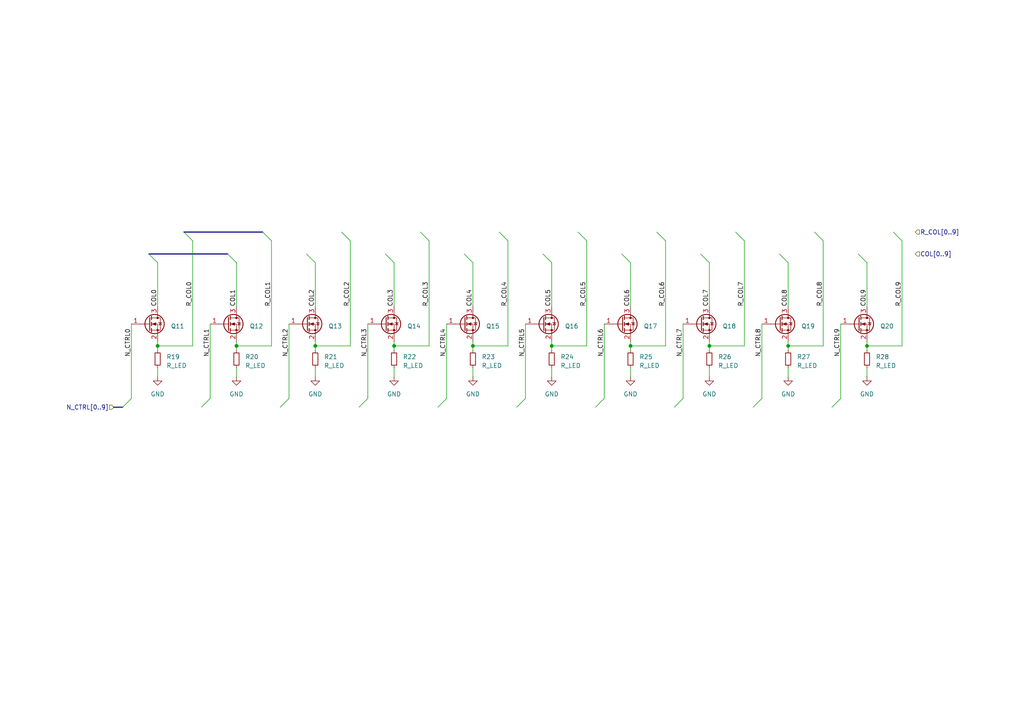
<source format=kicad_sch>
(kicad_sch (version 20210406) (generator eeschema)
  (paper "A4")
  (title_block (title "LED matrix w/ ADC") (date "26/05/2021") (rev "1") (company "Mario Rubio (mrrb.eu)"))
  (lib_symbols
    (symbol "Device:Q_NMOS_GSD" (pin_names (offset 0) hide)
      (property "Reference" "Q" (at 5.08 1.27 0))
      (property "Value" "Q_NMOS_GSD" (at 5.08 -1.27 0))
      (symbol "Q_NMOS_GSD_0_1"
        (circle (center 1.651 0) (radius 2.794) (stroke (width 0.254)))
        (circle (center 2.54 -1.778) (radius 0.254) (fill (type outline)))
        (circle (center 2.54 1.778) (radius 0.254) (fill (type outline)))
        (polyline (pts (xy 0.254 0) (xy -2.54 0)))
        (polyline (pts (xy 0.254 1.905) (xy 0.254 -1.905)) (stroke (width 0.254)))
        (polyline (pts (xy 0.762 -1.27) (xy 0.762 -2.286)) (stroke (width 0.254)))
        (polyline (pts (xy 0.762 0.508) (xy 0.762 -0.508)) (stroke (width 0.254)))
        (polyline (pts (xy 0.762 2.286) (xy 0.762 1.27)) (stroke (width 0.254)))
        (polyline (pts (xy 2.54 2.54) (xy 2.54 1.778)))
        (polyline (pts (xy 2.54 -2.54) (xy 2.54 0) (xy 0.762 0)))
        (polyline (pts (xy 0.762 -1.778) (xy 3.302 -1.778) (xy 3.302 1.778) (xy 0.762 1.778)))
        (polyline (pts (xy 2.794 0.508) (xy 2.921 0.381) (xy 3.683 0.381) (xy 3.81 0.254)))
        (polyline (pts (xy 3.302 0.381) (xy 2.921 -0.254) (xy 3.683 -0.254) (xy 3.302 0.381)))
        (polyline (pts (xy 1.016 0) (xy 2.032 0.381) (xy 2.032 -0.381) (xy 1.016 0)) (fill (type outline)))
      )
      (symbol "Q_NMOS_GSD_1_1"
        (pin input line (at -5.08 0 0) (length 2.54) (name "G") (number "1"))
        (pin passive line (at 2.54 -5.08 90) (length 2.54) (name "S") (number "2"))
        (pin passive line (at 2.54 5.08 270) (length 2.54) (name "D") (number "3"))
      )
    )
    (symbol "Device:R_Small" (pin_numbers hide) (pin_names (offset 0.254) hide)
      (property "Reference" "R" (at 0.762 0.508 0))
      (property "Value" "R_Small" (at 0.762 -1.016 0))
      (symbol "R_Small_0_1"
        (rectangle (start -0.762 1.778) (end 0.762 -1.778) (stroke (width 0.2032)))
      )
      (symbol "R_Small_1_1"
        (pin passive line (at 0 2.54 270) (length 0.762) (name "~") (number "1"))
        (pin passive line (at 0 -2.54 90) (length 0.762) (name "~") (number "2"))
      )
    )
    (symbol "power:GND" (power) (pin_names (offset 0))
      (property "Value" "GND" (at 0 -3.81 0))
      (symbol "GND_0_1"
        (polyline (pts (xy 0 0) (xy 0 -1.27) (xy 1.27 -1.27) (xy 0 -2.54) (xy -1.27 -1.27) (xy 0 -1.27)))
      )
      (symbol "GND_1_1"
        (pin power_in line (at 0 0 270) (length 0) hide (name "GND") (number "1"))
      )
    )
  )
  (junction (at 45.72 100.33) (diameter 0.9144))
  (junction (at 68.58 100.33) (diameter 0.9144))
  (junction (at 91.44 100.33) (diameter 0.9144))
  (junction (at 114.3 100.33) (diameter 0.9144))
  (junction (at 137.16 100.33) (diameter 0.9144))
  (junction (at 160.02 100.33) (diameter 0.9144))
  (junction (at 182.88 100.33) (diameter 0.9144))
  (junction (at 205.74 100.33) (diameter 0.9144))
  (junction (at 228.6 100.33) (diameter 0.9144))
  (junction (at 251.46 100.33) (diameter 0.9144))
  (bus_entry (at 35.56 118.11) (size 2.54 -2.54) (stroke (width 0.1524)))
  (bus_entry (at 43.18 73.66) (size 2.54 2.54) (stroke (width 0.1524)))
  (bus_entry (at 53.34 67.31) (size 2.54 2.54) (stroke (width 0.1524)))
  (bus_entry (at 58.42 118.11) (size 2.54 -2.54) (stroke (width 0.1524)))
  (bus_entry (at 66.04 73.66) (size 2.54 2.54) (stroke (width 0.1524)))
  (bus_entry (at 76.2 67.31) (size 2.54 2.54) (stroke (width 0.1524)))
  (bus_entry (at 81.28 118.11) (size 2.54 -2.54) (stroke (width 0.1524)))
  (bus_entry (at 88.9 73.66) (size 2.54 2.54) (stroke (width 0.1524)))
  (bus_entry (at 99.06 67.31) (size 2.54 2.54) (stroke (width 0.1524)))
  (bus_entry (at 104.14 118.11) (size 2.54 -2.54) (stroke (width 0.1524)))
  (bus_entry (at 111.76 73.66) (size 2.54 2.54) (stroke (width 0.1524)))
  (bus_entry (at 121.92 67.31) (size 2.54 2.54) (stroke (width 0.1524)))
  (bus_entry (at 127 118.11) (size 2.54 -2.54) (stroke (width 0.1524)))
  (bus_entry (at 134.62 73.66) (size 2.54 2.54) (stroke (width 0.1524)))
  (bus_entry (at 144.78 67.31) (size 2.54 2.54) (stroke (width 0.1524)))
  (bus_entry (at 149.86 118.11) (size 2.54 -2.54) (stroke (width 0.1524)))
  (bus_entry (at 157.48 73.66) (size 2.54 2.54) (stroke (width 0.1524)))
  (bus_entry (at 167.64 67.31) (size 2.54 2.54) (stroke (width 0.1524)))
  (bus_entry (at 172.72 118.11) (size 2.54 -2.54) (stroke (width 0.1524)))
  (bus_entry (at 180.34 73.66) (size 2.54 2.54) (stroke (width 0.1524)))
  (bus_entry (at 190.5 67.31) (size 2.54 2.54) (stroke (width 0.1524)))
  (bus_entry (at 195.58 118.11) (size 2.54 -2.54) (stroke (width 0.1524)))
  (bus_entry (at 203.2 73.66) (size 2.54 2.54) (stroke (width 0.1524)))
  (bus_entry (at 213.36 67.31) (size 2.54 2.54) (stroke (width 0.1524)))
  (bus_entry (at 218.44 118.11) (size 2.54 -2.54) (stroke (width 0.1524)))
  (bus_entry (at 226.06 73.66) (size 2.54 2.54) (stroke (width 0.1524)))
  (bus_entry (at 236.22 67.31) (size 2.54 2.54) (stroke (width 0.1524)))
  (bus_entry (at 241.3 118.11) (size 2.54 -2.54) (stroke (width 0.1524)))
  (bus_entry (at 248.92 73.66) (size 2.54 2.54) (stroke (width 0.1524)))
  (bus_entry (at 259.08 67.31) (size 2.54 2.54) (stroke (width 0.1524)))
  (wire (pts (xy 38.1 93.98) (xy 38.1 115.57)))
  (wire (pts (xy 45.72 76.2) (xy 45.72 88.9)))
  (wire (pts (xy 45.72 99.06) (xy 45.72 100.33)))
  (wire (pts (xy 45.72 100.33) (xy 45.72 101.6)))
  (wire (pts (xy 45.72 100.33) (xy 55.88 100.33)))
  (wire (pts (xy 45.72 106.68) (xy 45.72 109.22)))
  (wire (pts (xy 55.88 69.85) (xy 55.88 100.33)))
  (wire (pts (xy 60.96 93.98) (xy 60.96 115.57)))
  (wire (pts (xy 68.58 76.2) (xy 68.58 88.9)))
  (wire (pts (xy 68.58 99.06) (xy 68.58 100.33)))
  (wire (pts (xy 68.58 100.33) (xy 68.58 101.6)))
  (wire (pts (xy 68.58 100.33) (xy 78.74 100.33)))
  (wire (pts (xy 68.58 106.68) (xy 68.58 109.22)))
  (wire (pts (xy 78.74 69.85) (xy 78.74 100.33)))
  (wire (pts (xy 83.82 93.98) (xy 83.82 115.57)))
  (wire (pts (xy 91.44 76.2) (xy 91.44 88.9)))
  (wire (pts (xy 91.44 99.06) (xy 91.44 100.33)))
  (wire (pts (xy 91.44 100.33) (xy 91.44 101.6)))
  (wire (pts (xy 91.44 100.33) (xy 101.6 100.33)))
  (wire (pts (xy 91.44 106.68) (xy 91.44 109.22)))
  (wire (pts (xy 101.6 69.85) (xy 101.6 100.33)))
  (wire (pts (xy 106.68 93.98) (xy 106.68 115.57)))
  (wire (pts (xy 114.3 76.2) (xy 114.3 88.9)))
  (wire (pts (xy 114.3 99.06) (xy 114.3 100.33)))
  (wire (pts (xy 114.3 100.33) (xy 114.3 101.6)))
  (wire (pts (xy 114.3 100.33) (xy 124.46 100.33)))
  (wire (pts (xy 114.3 106.68) (xy 114.3 109.22)))
  (wire (pts (xy 124.46 69.85) (xy 124.46 100.33)))
  (wire (pts (xy 129.54 93.98) (xy 129.54 115.57)))
  (wire (pts (xy 137.16 76.2) (xy 137.16 88.9)))
  (wire (pts (xy 137.16 99.06) (xy 137.16 100.33)))
  (wire (pts (xy 137.16 100.33) (xy 137.16 101.6)))
  (wire (pts (xy 137.16 100.33) (xy 147.32 100.33)))
  (wire (pts (xy 137.16 106.68) (xy 137.16 109.22)))
  (wire (pts (xy 147.32 69.85) (xy 147.32 100.33)))
  (wire (pts (xy 152.4 93.98) (xy 152.4 115.57)))
  (wire (pts (xy 160.02 76.2) (xy 160.02 88.9)))
  (wire (pts (xy 160.02 99.06) (xy 160.02 100.33)))
  (wire (pts (xy 160.02 100.33) (xy 160.02 101.6)))
  (wire (pts (xy 160.02 100.33) (xy 170.18 100.33)))
  (wire (pts (xy 160.02 106.68) (xy 160.02 109.22)))
  (wire (pts (xy 170.18 69.85) (xy 170.18 100.33)))
  (wire (pts (xy 175.26 93.98) (xy 175.26 115.57)))
  (wire (pts (xy 182.88 76.2) (xy 182.88 88.9)))
  (wire (pts (xy 182.88 99.06) (xy 182.88 100.33)))
  (wire (pts (xy 182.88 100.33) (xy 182.88 101.6)))
  (wire (pts (xy 182.88 100.33) (xy 193.04 100.33)))
  (wire (pts (xy 182.88 106.68) (xy 182.88 109.22)))
  (wire (pts (xy 193.04 69.85) (xy 193.04 100.33)))
  (wire (pts (xy 198.12 93.98) (xy 198.12 115.57)))
  (wire (pts (xy 205.74 76.2) (xy 205.74 88.9)))
  (wire (pts (xy 205.74 99.06) (xy 205.74 100.33)))
  (wire (pts (xy 205.74 100.33) (xy 205.74 101.6)))
  (wire (pts (xy 205.74 100.33) (xy 215.9 100.33)))
  (wire (pts (xy 205.74 106.68) (xy 205.74 109.22)))
  (wire (pts (xy 215.9 69.85) (xy 215.9 100.33)))
  (wire (pts (xy 220.98 93.98) (xy 220.98 115.57)))
  (wire (pts (xy 228.6 76.2) (xy 228.6 88.9)))
  (wire (pts (xy 228.6 99.06) (xy 228.6 100.33)))
  (wire (pts (xy 228.6 100.33) (xy 228.6 101.6)))
  (wire (pts (xy 228.6 100.33) (xy 238.76 100.33)))
  (wire (pts (xy 228.6 106.68) (xy 228.6 109.22)))
  (wire (pts (xy 238.76 69.85) (xy 238.76 100.33)))
  (wire (pts (xy 243.84 93.98) (xy 243.84 115.57)))
  (wire (pts (xy 251.46 76.2) (xy 251.46 88.9)))
  (wire (pts (xy 251.46 99.06) (xy 251.46 100.33)))
  (wire (pts (xy 251.46 100.33) (xy 251.46 101.6)))
  (wire (pts (xy 251.46 100.33) (xy 261.62 100.33)))
  (wire (pts (xy 251.46 106.68) (xy 251.46 109.22)))
  (wire (pts (xy 261.62 69.85) (xy 261.62 100.33)))
  (bus (pts (xy 33.02 118.11) (xy 241.3 118.11)))
  (bus (pts (xy 43.18 73.66) (xy 265.43 73.66)))
  (bus (pts (xy 53.34 67.31) (xy 265.43 67.31)))
  (label "N_CTRL0" (at 38.1 95.25 270))
  (label "COL0" (at 45.72 88.9 90))
  (label "R_COL0" (at 55.88 88.9 90))
  (label "N_CTRL1" (at 60.96 95.25 270))
  (label "COL1" (at 68.58 88.9 90))
  (label "R_COL1" (at 78.74 88.9 90))
  (label "N_CTRL2" (at 83.82 95.25 270))
  (label "COL2" (at 91.44 88.9 90))
  (label "R_COL2" (at 101.6 88.9 90))
  (label "N_CTRL3" (at 106.68 95.25 270))
  (label "COL3" (at 114.3 88.9 90))
  (label "R_COL3" (at 124.46 88.9 90))
  (label "N_CTRL4" (at 129.54 95.25 270))
  (label "COL4" (at 137.16 88.9 90))
  (label "R_COL4" (at 147.32 88.9 90))
  (label "N_CTRL5" (at 152.4 95.25 270))
  (label "COL5" (at 160.02 88.9 90))
  (label "R_COL5" (at 170.18 88.9 90))
  (label "N_CTRL6" (at 175.26 95.25 270))
  (label "COL6" (at 182.88 88.9 90))
  (label "R_COL6" (at 193.04 88.9 90))
  (label "N_CTRL7" (at 198.12 95.25 270))
  (label "COL7" (at 205.74 88.9 90))
  (label "R_COL7" (at 215.9 88.9 90))
  (label "N_CTRL8" (at 220.98 95.25 270))
  (label "COL8" (at 228.6 88.9 90))
  (label "R_COL8" (at 238.76 88.9 90))
  (label "N_CTRL9" (at 243.84 95.25 270))
  (label "COL9" (at 251.46 88.9 90))
  (label "R_COL9" (at 261.62 88.9 90))
  (hierarchical_label "N_CTRL[0..9]" (shape input) (at 33.02 118.11 180))
  (hierarchical_label "R_COL[0..9]" (shape input) (at 265.43 67.31 0))
  (hierarchical_label "COL[0..9]" (shape input) (at 265.43 73.66 0))
  (symbol (lib_id "power:GND") (at 45.72 109.22 0) (unit 1)
    (property "Reference" "#PWR083" (effects hide))
    (property "Value" "GND" (at 45.72 114.3 0))
  )
  (symbol (lib_id "power:GND") (at 68.58 109.22 0) (unit 1)
    (property "Reference" "#PWR084" (effects hide))
    (property "Value" "GND" (at 68.58 114.3 0))
  )
  (symbol (lib_id "power:GND") (at 91.44 109.22 0) (unit 1)
    (property "Reference" "#PWR085" (effects hide))
    (property "Value" "GND" (at 91.44 114.3 0))
  )
  (symbol (lib_id "power:GND") (at 114.3 109.22 0) (unit 1)
    (property "Reference" "#PWR086" (effects hide))
    (property "Value" "GND" (at 114.3 114.3 0))
  )
  (symbol (lib_id "power:GND") (at 137.16 109.22 0) (unit 1)
    (property "Reference" "#PWR087" (effects hide))
    (property "Value" "GND" (at 137.16 114.3 0))
  )
  (symbol (lib_id "power:GND") (at 160.02 109.22 0) (unit 1)
    (property "Reference" "#PWR088" (effects hide))
    (property "Value" "GND" (at 160.02 114.3 0))
  )
  (symbol (lib_id "power:GND") (at 182.88 109.22 0) (unit 1)
    (property "Reference" "#PWR089" (effects hide))
    (property "Value" "GND" (at 182.88 114.3 0))
  )
  (symbol (lib_id "power:GND") (at 205.74 109.22 0) (unit 1)
    (property "Reference" "#PWR090" (effects hide))
    (property "Value" "GND" (at 205.74 114.3 0))
  )
  (symbol (lib_id "power:GND") (at 228.6 109.22 0) (unit 1)
    (property "Reference" "#PWR091" (effects hide))
    (property "Value" "GND" (at 228.6 114.3 0))
  )
  (symbol (lib_id "power:GND") (at 251.46 109.22 0) (unit 1)
    (property "Reference" "#PWR092" (effects hide))
    (property "Value" "GND" (at 251.46 114.3 0))
  )
  (symbol (lib_id "Device:R_Small") (at 45.72 104.14 0) (unit 1)
    (property "Reference" "R19" (at 48.26 103.5049 0) (effects (justify left)))
    (property "Value" "R_LED" (at 48.26 106.0449 0) (effects (justify left)))
    (property "Footprint" "Resistor_SMD:R_0603_1608Metric" (effects hide))
  )
  (symbol (lib_id "Device:R_Small") (at 68.58 104.14 0) (unit 1)
    (property "Reference" "R20" (at 71.12 103.5049 0) (effects (justify left)))
    (property "Value" "R_LED" (at 71.12 106.0449 0) (effects (justify left)))
    (property "Footprint" "Resistor_SMD:R_0603_1608Metric" (effects hide))
  )
  (symbol (lib_id "Device:R_Small") (at 91.44 104.14 0) (unit 1)
    (property "Reference" "R21" (at 93.98 103.5049 0) (effects (justify left)))
    (property "Value" "R_LED" (at 93.98 106.0449 0) (effects (justify left)))
    (property "Footprint" "Resistor_SMD:R_0603_1608Metric" (effects hide))
  )
  (symbol (lib_id "Device:R_Small") (at 114.3 104.14 0) (unit 1)
    (property "Reference" "R22" (at 116.84 103.5049 0) (effects (justify left)))
    (property "Value" "R_LED" (at 116.84 106.0449 0) (effects (justify left)))
    (property "Footprint" "Resistor_SMD:R_0603_1608Metric" (effects hide))
  )
  (symbol (lib_id "Device:R_Small") (at 137.16 104.14 0) (unit 1)
    (property "Reference" "R23" (at 139.7 103.5049 0) (effects (justify left)))
    (property "Value" "R_LED" (at 139.7 106.0449 0) (effects (justify left)))
    (property "Footprint" "Resistor_SMD:R_0603_1608Metric" (effects hide))
  )
  (symbol (lib_id "Device:R_Small") (at 160.02 104.14 0) (unit 1)
    (property "Reference" "R24" (at 162.56 103.5049 0) (effects (justify left)))
    (property "Value" "R_LED" (at 162.56 106.0449 0) (effects (justify left)))
    (property "Footprint" "Resistor_SMD:R_0603_1608Metric" (effects hide))
  )
  (symbol (lib_id "Device:R_Small") (at 182.88 104.14 0) (unit 1)
    (property "Reference" "R25" (at 185.42 103.5049 0) (effects (justify left)))
    (property "Value" "R_LED" (at 185.42 106.0449 0) (effects (justify left)))
    (property "Footprint" "Resistor_SMD:R_0603_1608Metric" (effects hide))
  )
  (symbol (lib_id "Device:R_Small") (at 205.74 104.14 0) (unit 1)
    (property "Reference" "R26" (at 208.28 103.5049 0) (effects (justify left)))
    (property "Value" "R_LED" (at 208.28 106.0449 0) (effects (justify left)))
    (property "Footprint" "Resistor_SMD:R_0603_1608Metric" (effects hide))
  )
  (symbol (lib_id "Device:R_Small") (at 228.6 104.14 0) (unit 1)
    (property "Reference" "R27" (at 231.14 103.5049 0) (effects (justify left)))
    (property "Value" "R_LED" (at 231.14 106.0449 0) (effects (justify left)))
    (property "Footprint" "Resistor_SMD:R_0603_1608Metric" (effects hide))
  )
  (symbol (lib_id "Device:R_Small") (at 251.46 104.14 0) (unit 1)
    (property "Reference" "R28" (at 254 103.5049 0) (effects (justify left)))
    (property "Value" "R_LED" (at 254 106.0449 0) (effects (justify left)))
    (property "Footprint" "Resistor_SMD:R_0603_1608Metric" (effects hide))
  )
  (symbol (lib_id "Device:Q_NMOS_GSD") (at 43.18 93.98 0) (unit 1)
    (property "Reference" "Q11" (at 49.53 94.6149 0) (effects (justify left)))
    (property "Value" "Q_NMOS_GSD" (effects hide))
    (property "Footprint" "Package_TO_SOT_SMD:SOT-23" (effects hide))
    (property "LCSC" "C296295" (effects hide))
  )
  (symbol (lib_id "Device:Q_NMOS_GSD") (at 66.04 93.98 0) (unit 1)
    (property "Reference" "Q12" (at 72.39 94.6149 0) (effects (justify left)))
    (property "Value" "Q_NMOS_GSD" (effects hide))
    (property "Footprint" "Package_TO_SOT_SMD:SOT-23" (effects hide))
    (property "LCSC" "C296295" (effects hide))
  )
  (symbol (lib_id "Device:Q_NMOS_GSD") (at 88.9 93.98 0) (unit 1)
    (property "Reference" "Q13" (at 95.25 94.6149 0) (effects (justify left)))
    (property "Value" "Q_NMOS_GSD" (effects hide))
    (property "Footprint" "Package_TO_SOT_SMD:SOT-23" (effects hide))
    (property "LCSC" "C296295" (effects hide))
  )
  (symbol (lib_id "Device:Q_NMOS_GSD") (at 111.76 93.98 0) (unit 1)
    (property "Reference" "Q14" (at 118.11 94.6149 0) (effects (justify left)))
    (property "Value" "Q_NMOS_GSD" (effects hide))
    (property "Footprint" "Package_TO_SOT_SMD:SOT-23" (effects hide))
    (property "LCSC" "C296295" (effects hide))
  )
  (symbol (lib_id "Device:Q_NMOS_GSD") (at 134.62 93.98 0) (unit 1)
    (property "Reference" "Q15" (at 140.97 94.6149 0) (effects (justify left)))
    (property "Value" "Q_NMOS_GSD" (effects hide))
    (property "Footprint" "Package_TO_SOT_SMD:SOT-23" (effects hide))
    (property "LCSC" "C296295" (effects hide))
  )
  (symbol (lib_id "Device:Q_NMOS_GSD") (at 157.48 93.98 0) (unit 1)
    (property "Reference" "Q16" (at 163.83 94.6149 0) (effects (justify left)))
    (property "Value" "Q_NMOS_GSD" (effects hide))
    (property "Footprint" "Package_TO_SOT_SMD:SOT-23" (effects hide))
    (property "LCSC" "C296295" (effects hide))
  )
  (symbol (lib_id "Device:Q_NMOS_GSD") (at 180.34 93.98 0) (unit 1)
    (property "Reference" "Q17" (at 186.69 94.6149 0) (effects (justify left)))
    (property "Value" "Q_NMOS_GSD" (effects hide))
    (property "Footprint" "Package_TO_SOT_SMD:SOT-23" (effects hide))
    (property "LCSC" "C296295" (effects hide))
  )
  (symbol (lib_id "Device:Q_NMOS_GSD") (at 203.2 93.98 0) (unit 1)
    (property "Reference" "Q18" (at 209.55 94.6149 0) (effects (justify left)))
    (property "Value" "Q_NMOS_GSD" (effects hide))
    (property "Footprint" "Package_TO_SOT_SMD:SOT-23" (effects hide))
    (property "LCSC" "C296295" (effects hide))
  )
  (symbol (lib_id "Device:Q_NMOS_GSD") (at 226.06 93.98 0) (unit 1)
    (property "Reference" "Q19" (at 232.41 94.6149 0) (effects (justify left)))
    (property "Value" "Q_NMOS_GSD" (effects hide))
    (property "Footprint" "Package_TO_SOT_SMD:SOT-23" (effects hide))
    (property "LCSC" "C296295" (effects hide))
  )
  (symbol (lib_id "Device:Q_NMOS_GSD") (at 248.92 93.98 0) (unit 1)
    (property "Reference" "Q20" (at 255.27 94.6149 0) (effects (justify left)))
    (property "Value" "Q_NMOS_GSD" (effects hide))
    (property "Footprint" "Package_TO_SOT_SMD:SOT-23" (effects hide))
    (property "LCSC" "C296295" (effects hide))
  )
)
</source>
